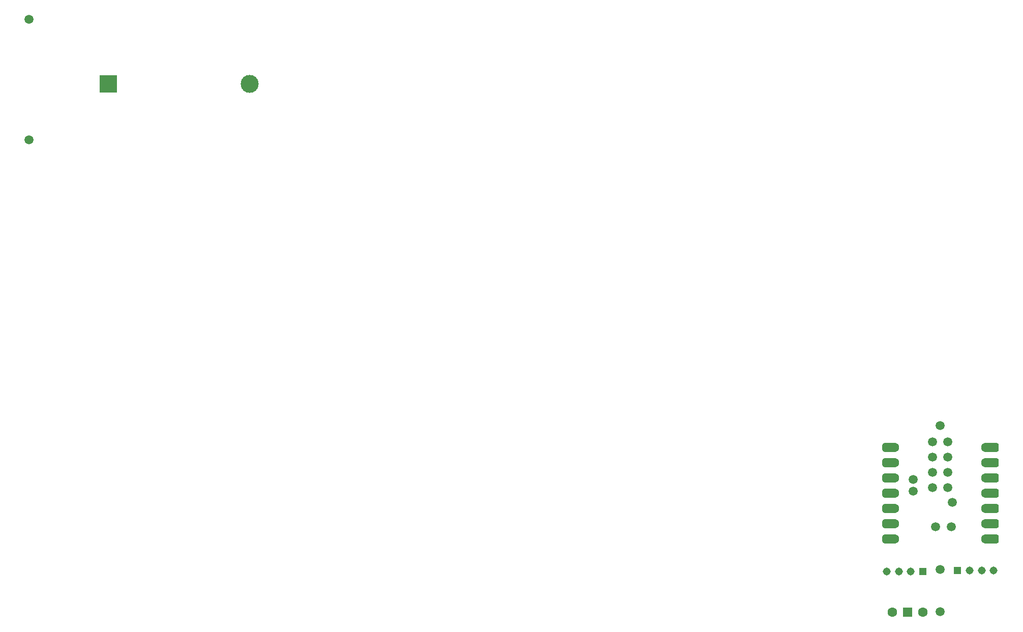
<source format=gbr>
%TF.GenerationSoftware,KiCad,Pcbnew,8.0.4*%
%TF.CreationDate,2024-10-12T11:12:09+09:00*%
%TF.ProjectId,XIAO_ButtonBatteryPCB,5849414f-5f42-4757-9474-6f6e42617474,rev?*%
%TF.SameCoordinates,Original*%
%TF.FileFunction,Soldermask,Top*%
%TF.FilePolarity,Negative*%
%FSLAX46Y46*%
G04 Gerber Fmt 4.6, Leading zero omitted, Abs format (unit mm)*
G04 Created by KiCad (PCBNEW 8.0.4) date 2024-10-12 11:12:09*
%MOMM*%
%LPD*%
G01*
G04 APERTURE LIST*
G04 Aperture macros list*
%AMRoundRect*
0 Rectangle with rounded corners*
0 $1 Rounding radius*
0 $2 $3 $4 $5 $6 $7 $8 $9 X,Y pos of 4 corners*
0 Add a 4 corners polygon primitive as box body*
4,1,4,$2,$3,$4,$5,$6,$7,$8,$9,$2,$3,0*
0 Add four circle primitives for the rounded corners*
1,1,$1+$1,$2,$3*
1,1,$1+$1,$4,$5*
1,1,$1+$1,$6,$7*
1,1,$1+$1,$8,$9*
0 Add four rect primitives between the rounded corners*
20,1,$1+$1,$2,$3,$4,$5,0*
20,1,$1+$1,$4,$5,$6,$7,0*
20,1,$1+$1,$6,$7,$8,$9,0*
20,1,$1+$1,$8,$9,$2,$3,0*%
G04 Aperture macros list end*
%ADD10C,1.500000*%
%ADD11R,1.500000X1.500000*%
%ADD12C,1.600000*%
%ADD13RoundRect,0.381000X-0.762000X-0.381000X0.762000X-0.381000X0.762000X0.381000X-0.762000X0.381000X0*%
%ADD14R,1.308000X1.308000*%
%ADD15C,1.308000*%
%ADD16C,3.000000*%
%ADD17R,3.000000X3.000000*%
G04 APERTURE END LIST*
D10*
%TO.C,C3*%
X162600000Y-68900000D03*
X162600000Y-92900000D03*
%TD*%
D11*
%TO.C,SW1*%
X157160000Y-100000000D03*
D12*
X154620000Y-100000000D03*
X159700000Y-100000000D03*
%TD*%
D10*
%TO.C,U1*%
X164414000Y-85820000D03*
X161814000Y-85820000D03*
X163824000Y-79270001D03*
X161289000Y-79270000D03*
X163834000Y-71600000D03*
X163834000Y-74180000D03*
X163834000Y-76720000D03*
X161294000Y-76720000D03*
X161294000Y-74180000D03*
X161294000Y-71600000D03*
X158064000Y-79820000D03*
X158064000Y-77920000D03*
X164664000Y-81720000D03*
D12*
X170184000Y-72600000D03*
X170184000Y-75140000D03*
X170184000Y-77680000D03*
X170184000Y-80220000D03*
X170184000Y-82760000D03*
X170184000Y-85300000D03*
X170214000Y-87840000D03*
X154934000Y-87840000D03*
X154944000Y-85300000D03*
X154944000Y-82760000D03*
X154944000Y-80220000D03*
X154944000Y-77680000D03*
X154944000Y-75140000D03*
X154944000Y-72600000D03*
D13*
X171200000Y-87840000D03*
X171200000Y-85300000D03*
X171200000Y-82760000D03*
X171200000Y-80220000D03*
X171200000Y-77680000D03*
X171200000Y-75140000D03*
X171200000Y-72600000D03*
X154164000Y-82720000D03*
X154164000Y-80220000D03*
X154134000Y-87840000D03*
X154134000Y-85300000D03*
X154134000Y-77680000D03*
X154134000Y-75140000D03*
X154134000Y-72600000D03*
%TD*%
D10*
%TO.C,C4*%
X162600000Y-68900000D03*
X162600000Y-99900000D03*
%TD*%
D14*
%TO.C,J2*%
X159700000Y-93200000D03*
D15*
X157700000Y-93200000D03*
X155700000Y-93200000D03*
X153700000Y-93200000D03*
%TD*%
D10*
%TO.C,C2*%
X10850000Y-1314999D03*
X10850000Y-21314999D03*
%TD*%
D16*
%TO.C,C1*%
X47600000Y-12050000D03*
D17*
X24110000Y-12050000D03*
%TD*%
D14*
%TO.C,J1*%
X165500000Y-93100000D03*
D15*
X167500000Y-93100000D03*
X169500000Y-93100000D03*
X171500000Y-93100000D03*
%TD*%
M02*

</source>
